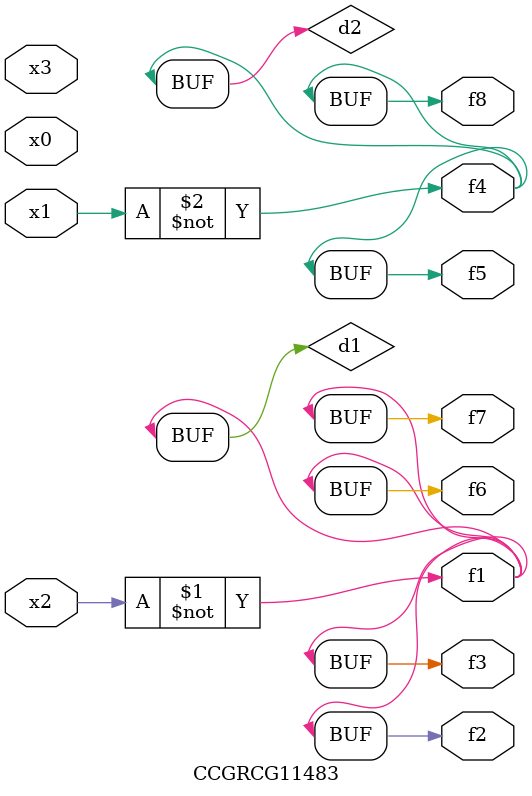
<source format=v>
module CCGRCG11483(
	input x0, x1, x2, x3,
	output f1, f2, f3, f4, f5, f6, f7, f8
);

	wire d1, d2;

	xnor (d1, x2);
	not (d2, x1);
	assign f1 = d1;
	assign f2 = d1;
	assign f3 = d1;
	assign f4 = d2;
	assign f5 = d2;
	assign f6 = d1;
	assign f7 = d1;
	assign f8 = d2;
endmodule

</source>
